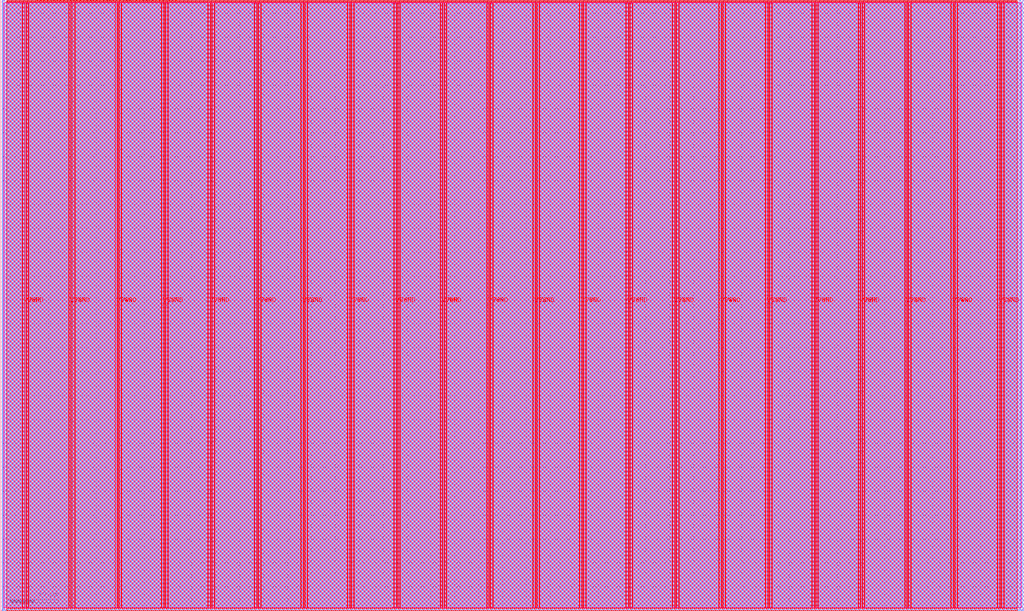
<source format=lef>
VERSION 5.7 ;
  NOWIREEXTENSIONATPIN ON ;
  DIVIDERCHAR "/" ;
  BUSBITCHARS "[]" ;
MACRO tt_um_rejunity_lgn_mnist
  CLASS BLOCK ;
  FOREIGN tt_um_rejunity_lgn_mnist ;
  ORIGIN 0.000 0.000 ;
  SIZE 856.520 BY 511.360 ;
  PIN VGND
    DIRECTION INOUT ;
    USE GROUND ;
    PORT
      LAYER met4 ;
        RECT 21.580 2.480 23.180 508.880 ;
    END
    PORT
      LAYER met4 ;
        RECT 60.450 2.480 62.050 508.880 ;
    END
    PORT
      LAYER met4 ;
        RECT 99.320 2.480 100.920 508.880 ;
    END
    PORT
      LAYER met4 ;
        RECT 138.190 2.480 139.790 508.880 ;
    END
    PORT
      LAYER met4 ;
        RECT 177.060 2.480 178.660 508.880 ;
    END
    PORT
      LAYER met4 ;
        RECT 215.930 2.480 217.530 508.880 ;
    END
    PORT
      LAYER met4 ;
        RECT 254.800 2.480 256.400 508.880 ;
    END
    PORT
      LAYER met4 ;
        RECT 293.670 2.480 295.270 508.880 ;
    END
    PORT
      LAYER met4 ;
        RECT 332.540 2.480 334.140 508.880 ;
    END
    PORT
      LAYER met4 ;
        RECT 371.410 2.480 373.010 508.880 ;
    END
    PORT
      LAYER met4 ;
        RECT 410.280 2.480 411.880 508.880 ;
    END
    PORT
      LAYER met4 ;
        RECT 449.150 2.480 450.750 508.880 ;
    END
    PORT
      LAYER met4 ;
        RECT 488.020 2.480 489.620 508.880 ;
    END
    PORT
      LAYER met4 ;
        RECT 526.890 2.480 528.490 508.880 ;
    END
    PORT
      LAYER met4 ;
        RECT 565.760 2.480 567.360 508.880 ;
    END
    PORT
      LAYER met4 ;
        RECT 604.630 2.480 606.230 508.880 ;
    END
    PORT
      LAYER met4 ;
        RECT 643.500 2.480 645.100 508.880 ;
    END
    PORT
      LAYER met4 ;
        RECT 682.370 2.480 683.970 508.880 ;
    END
    PORT
      LAYER met4 ;
        RECT 721.240 2.480 722.840 508.880 ;
    END
    PORT
      LAYER met4 ;
        RECT 760.110 2.480 761.710 508.880 ;
    END
    PORT
      LAYER met4 ;
        RECT 798.980 2.480 800.580 508.880 ;
    END
    PORT
      LAYER met4 ;
        RECT 837.850 2.480 839.450 508.880 ;
    END
  END VGND
  PIN VPWR
    DIRECTION INOUT ;
    USE POWER ;
    PORT
      LAYER met4 ;
        RECT 18.280 2.480 19.880 508.880 ;
    END
    PORT
      LAYER met4 ;
        RECT 57.150 2.480 58.750 508.880 ;
    END
    PORT
      LAYER met4 ;
        RECT 96.020 2.480 97.620 508.880 ;
    END
    PORT
      LAYER met4 ;
        RECT 134.890 2.480 136.490 508.880 ;
    END
    PORT
      LAYER met4 ;
        RECT 173.760 2.480 175.360 508.880 ;
    END
    PORT
      LAYER met4 ;
        RECT 212.630 2.480 214.230 508.880 ;
    END
    PORT
      LAYER met4 ;
        RECT 251.500 2.480 253.100 508.880 ;
    END
    PORT
      LAYER met4 ;
        RECT 290.370 2.480 291.970 508.880 ;
    END
    PORT
      LAYER met4 ;
        RECT 329.240 2.480 330.840 508.880 ;
    END
    PORT
      LAYER met4 ;
        RECT 368.110 2.480 369.710 508.880 ;
    END
    PORT
      LAYER met4 ;
        RECT 406.980 2.480 408.580 508.880 ;
    END
    PORT
      LAYER met4 ;
        RECT 445.850 2.480 447.450 508.880 ;
    END
    PORT
      LAYER met4 ;
        RECT 484.720 2.480 486.320 508.880 ;
    END
    PORT
      LAYER met4 ;
        RECT 523.590 2.480 525.190 508.880 ;
    END
    PORT
      LAYER met4 ;
        RECT 562.460 2.480 564.060 508.880 ;
    END
    PORT
      LAYER met4 ;
        RECT 601.330 2.480 602.930 508.880 ;
    END
    PORT
      LAYER met4 ;
        RECT 640.200 2.480 641.800 508.880 ;
    END
    PORT
      LAYER met4 ;
        RECT 679.070 2.480 680.670 508.880 ;
    END
    PORT
      LAYER met4 ;
        RECT 717.940 2.480 719.540 508.880 ;
    END
    PORT
      LAYER met4 ;
        RECT 756.810 2.480 758.410 508.880 ;
    END
    PORT
      LAYER met4 ;
        RECT 795.680 2.480 797.280 508.880 ;
    END
    PORT
      LAYER met4 ;
        RECT 834.550 2.480 836.150 508.880 ;
    END
  END VPWR
  PIN clk
    DIRECTION INPUT ;
    USE SIGNAL ;
    ANTENNAGATEAREA 0.852000 ;
    PORT
      LAYER met4 ;
        RECT 143.830 510.360 144.130 511.360 ;
    END
  END clk
  PIN ena
    DIRECTION INPUT ;
    USE SIGNAL ;
    PORT
      LAYER met4 ;
        RECT 146.590 510.360 146.890 511.360 ;
    END
  END ena
  PIN rst_n
    DIRECTION INPUT ;
    USE SIGNAL ;
    PORT
      LAYER met4 ;
        RECT 141.070 510.360 141.370 511.360 ;
    END
  END rst_n
  PIN ui_in[0]
    DIRECTION INPUT ;
    USE SIGNAL ;
    ANTENNAGATEAREA 0.196500 ;
    PORT
      LAYER met4 ;
        RECT 138.310 510.360 138.610 511.360 ;
    END
  END ui_in[0]
  PIN ui_in[1]
    DIRECTION INPUT ;
    USE SIGNAL ;
    ANTENNAGATEAREA 0.196500 ;
    PORT
      LAYER met4 ;
        RECT 135.550 510.360 135.850 511.360 ;
    END
  END ui_in[1]
  PIN ui_in[2]
    DIRECTION INPUT ;
    USE SIGNAL ;
    ANTENNAGATEAREA 0.196500 ;
    PORT
      LAYER met4 ;
        RECT 132.790 510.360 133.090 511.360 ;
    END
  END ui_in[2]
  PIN ui_in[3]
    DIRECTION INPUT ;
    USE SIGNAL ;
    ANTENNAGATEAREA 0.196500 ;
    PORT
      LAYER met4 ;
        RECT 130.030 510.360 130.330 511.360 ;
    END
  END ui_in[3]
  PIN ui_in[4]
    DIRECTION INPUT ;
    USE SIGNAL ;
    ANTENNAGATEAREA 0.196500 ;
    PORT
      LAYER met4 ;
        RECT 127.270 510.360 127.570 511.360 ;
    END
  END ui_in[4]
  PIN ui_in[5]
    DIRECTION INPUT ;
    USE SIGNAL ;
    ANTENNAGATEAREA 0.196500 ;
    PORT
      LAYER met4 ;
        RECT 124.510 510.360 124.810 511.360 ;
    END
  END ui_in[5]
  PIN ui_in[6]
    DIRECTION INPUT ;
    USE SIGNAL ;
    ANTENNAGATEAREA 0.196500 ;
    PORT
      LAYER met4 ;
        RECT 121.750 510.360 122.050 511.360 ;
    END
  END ui_in[6]
  PIN ui_in[7]
    DIRECTION INPUT ;
    USE SIGNAL ;
    ANTENNAGATEAREA 0.196500 ;
    PORT
      LAYER met4 ;
        RECT 118.990 510.360 119.290 511.360 ;
    END
  END ui_in[7]
  PIN uio_in[0]
    DIRECTION INPUT ;
    USE SIGNAL ;
    PORT
      LAYER met4 ;
        RECT 116.230 510.360 116.530 511.360 ;
    END
  END uio_in[0]
  PIN uio_in[1]
    DIRECTION INPUT ;
    USE SIGNAL ;
    PORT
      LAYER met4 ;
        RECT 113.470 510.360 113.770 511.360 ;
    END
  END uio_in[1]
  PIN uio_in[2]
    DIRECTION INPUT ;
    USE SIGNAL ;
    PORT
      LAYER met4 ;
        RECT 110.710 510.360 111.010 511.360 ;
    END
  END uio_in[2]
  PIN uio_in[3]
    DIRECTION INPUT ;
    USE SIGNAL ;
    PORT
      LAYER met4 ;
        RECT 107.950 510.360 108.250 511.360 ;
    END
  END uio_in[3]
  PIN uio_in[4]
    DIRECTION INPUT ;
    USE SIGNAL ;
    PORT
      LAYER met4 ;
        RECT 105.190 510.360 105.490 511.360 ;
    END
  END uio_in[4]
  PIN uio_in[5]
    DIRECTION INPUT ;
    USE SIGNAL ;
    PORT
      LAYER met4 ;
        RECT 102.430 510.360 102.730 511.360 ;
    END
  END uio_in[5]
  PIN uio_in[6]
    DIRECTION INPUT ;
    USE SIGNAL ;
    PORT
      LAYER met4 ;
        RECT 99.670 510.360 99.970 511.360 ;
    END
  END uio_in[6]
  PIN uio_in[7]
    DIRECTION INPUT ;
    USE SIGNAL ;
    ANTENNAGATEAREA 0.196500 ;
    PORT
      LAYER met4 ;
        RECT 96.910 510.360 97.210 511.360 ;
    END
  END uio_in[7]
  PIN uio_oe[0]
    DIRECTION OUTPUT ;
    USE SIGNAL ;
    PORT
      LAYER met4 ;
        RECT 49.990 510.360 50.290 511.360 ;
    END
  END uio_oe[0]
  PIN uio_oe[1]
    DIRECTION OUTPUT ;
    USE SIGNAL ;
    PORT
      LAYER met4 ;
        RECT 47.230 510.360 47.530 511.360 ;
    END
  END uio_oe[1]
  PIN uio_oe[2]
    DIRECTION OUTPUT ;
    USE SIGNAL ;
    PORT
      LAYER met4 ;
        RECT 44.470 510.360 44.770 511.360 ;
    END
  END uio_oe[2]
  PIN uio_oe[3]
    DIRECTION OUTPUT ;
    USE SIGNAL ;
    PORT
      LAYER met4 ;
        RECT 41.710 510.360 42.010 511.360 ;
    END
  END uio_oe[3]
  PIN uio_oe[4]
    DIRECTION OUTPUT ;
    USE SIGNAL ;
    PORT
      LAYER met4 ;
        RECT 38.950 510.360 39.250 511.360 ;
    END
  END uio_oe[4]
  PIN uio_oe[5]
    DIRECTION OUTPUT ;
    USE SIGNAL ;
    PORT
      LAYER met4 ;
        RECT 36.190 510.360 36.490 511.360 ;
    END
  END uio_oe[5]
  PIN uio_oe[6]
    DIRECTION OUTPUT ;
    USE SIGNAL ;
    PORT
      LAYER met4 ;
        RECT 33.430 510.360 33.730 511.360 ;
    END
  END uio_oe[6]
  PIN uio_oe[7]
    DIRECTION OUTPUT ;
    USE SIGNAL ;
    PORT
      LAYER met4 ;
        RECT 30.670 510.360 30.970 511.360 ;
    END
  END uio_oe[7]
  PIN uio_out[0]
    DIRECTION OUTPUT ;
    USE SIGNAL ;
    ANTENNADIFFAREA 2.001000 ;
    PORT
      LAYER met4 ;
        RECT 72.070 510.360 72.370 511.360 ;
    END
  END uio_out[0]
  PIN uio_out[1]
    DIRECTION OUTPUT ;
    USE SIGNAL ;
    ANTENNADIFFAREA 1.971000 ;
    PORT
      LAYER met4 ;
        RECT 69.310 510.360 69.610 511.360 ;
    END
  END uio_out[1]
  PIN uio_out[2]
    DIRECTION OUTPUT ;
    USE SIGNAL ;
    ANTENNADIFFAREA 0.891000 ;
    PORT
      LAYER met4 ;
        RECT 66.550 510.360 66.850 511.360 ;
    END
  END uio_out[2]
  PIN uio_out[3]
    DIRECTION OUTPUT ;
    USE SIGNAL ;
    ANTENNADIFFAREA 1.971000 ;
    PORT
      LAYER met4 ;
        RECT 63.790 510.360 64.090 511.360 ;
    END
  END uio_out[3]
  PIN uio_out[4]
    DIRECTION OUTPUT ;
    USE SIGNAL ;
    ANTENNADIFFAREA 1.971000 ;
    PORT
      LAYER met4 ;
        RECT 61.030 510.360 61.330 511.360 ;
    END
  END uio_out[4]
  PIN uio_out[5]
    DIRECTION OUTPUT ;
    USE SIGNAL ;
    ANTENNADIFFAREA 1.971000 ;
    PORT
      LAYER met4 ;
        RECT 58.270 510.360 58.570 511.360 ;
    END
  END uio_out[5]
  PIN uio_out[6]
    DIRECTION OUTPUT ;
    USE SIGNAL ;
    ANTENNADIFFAREA 1.484000 ;
    PORT
      LAYER met4 ;
        RECT 55.510 510.360 55.810 511.360 ;
    END
  END uio_out[6]
  PIN uio_out[7]
    DIRECTION OUTPUT ;
    USE SIGNAL ;
    PORT
      LAYER met4 ;
        RECT 52.750 510.360 53.050 511.360 ;
    END
  END uio_out[7]
  PIN uo_out[0]
    DIRECTION OUTPUT ;
    USE SIGNAL ;
    ANTENNADIFFAREA 0.462000 ;
    PORT
      LAYER met4 ;
        RECT 94.150 510.360 94.450 511.360 ;
    END
  END uo_out[0]
  PIN uo_out[1]
    DIRECTION OUTPUT ;
    USE SIGNAL ;
    ANTENNADIFFAREA 1.431000 ;
    PORT
      LAYER met4 ;
        RECT 91.390 510.360 91.690 511.360 ;
    END
  END uo_out[1]
  PIN uo_out[2]
    DIRECTION OUTPUT ;
    USE SIGNAL ;
    ANTENNADIFFAREA 0.891000 ;
    PORT
      LAYER met4 ;
        RECT 88.630 510.360 88.930 511.360 ;
    END
  END uo_out[2]
  PIN uo_out[3]
    DIRECTION OUTPUT ;
    USE SIGNAL ;
    ANTENNADIFFAREA 0.462000 ;
    PORT
      LAYER met4 ;
        RECT 85.870 510.360 86.170 511.360 ;
    END
  END uo_out[3]
  PIN uo_out[4]
    DIRECTION OUTPUT ;
    USE SIGNAL ;
    ANTENNADIFFAREA 1.288000 ;
    PORT
      LAYER met4 ;
        RECT 83.110 510.360 83.410 511.360 ;
    END
  END uo_out[4]
  PIN uo_out[5]
    DIRECTION OUTPUT ;
    USE SIGNAL ;
    ANTENNADIFFAREA 0.462000 ;
    PORT
      LAYER met4 ;
        RECT 80.350 510.360 80.650 511.360 ;
    END
  END uo_out[5]
  PIN uo_out[6]
    DIRECTION OUTPUT ;
    USE SIGNAL ;
    ANTENNADIFFAREA 1.431000 ;
    PORT
      LAYER met4 ;
        RECT 77.590 510.360 77.890 511.360 ;
    END
  END uo_out[6]
  PIN uo_out[7]
    DIRECTION OUTPUT ;
    USE SIGNAL ;
    ANTENNADIFFAREA 0.445500 ;
    PORT
      LAYER met4 ;
        RECT 74.830 510.360 75.130 511.360 ;
    END
  END uo_out[7]
  OBS
      LAYER nwell ;
        RECT 2.570 2.635 853.950 508.725 ;
      LAYER li1 ;
        RECT 2.760 2.635 853.760 508.725 ;
      LAYER met1 ;
        RECT 1.450 0.720 856.450 511.320 ;
      LAYER met2 ;
        RECT 1.470 0.155 856.420 511.350 ;
      LAYER met3 ;
        RECT 1.445 0.175 855.535 511.185 ;
      LAYER met4 ;
        RECT 4.895 509.960 30.270 510.505 ;
        RECT 31.370 509.960 33.030 510.505 ;
        RECT 34.130 509.960 35.790 510.505 ;
        RECT 36.890 509.960 38.550 510.505 ;
        RECT 39.650 509.960 41.310 510.505 ;
        RECT 42.410 509.960 44.070 510.505 ;
        RECT 45.170 509.960 46.830 510.505 ;
        RECT 47.930 509.960 49.590 510.505 ;
        RECT 50.690 509.960 52.350 510.505 ;
        RECT 53.450 509.960 55.110 510.505 ;
        RECT 56.210 509.960 57.870 510.505 ;
        RECT 58.970 509.960 60.630 510.505 ;
        RECT 61.730 509.960 63.390 510.505 ;
        RECT 64.490 509.960 66.150 510.505 ;
        RECT 67.250 509.960 68.910 510.505 ;
        RECT 70.010 509.960 71.670 510.505 ;
        RECT 72.770 509.960 74.430 510.505 ;
        RECT 75.530 509.960 77.190 510.505 ;
        RECT 78.290 509.960 79.950 510.505 ;
        RECT 81.050 509.960 82.710 510.505 ;
        RECT 83.810 509.960 85.470 510.505 ;
        RECT 86.570 509.960 88.230 510.505 ;
        RECT 89.330 509.960 90.990 510.505 ;
        RECT 92.090 509.960 93.750 510.505 ;
        RECT 94.850 509.960 96.510 510.505 ;
        RECT 97.610 509.960 99.270 510.505 ;
        RECT 100.370 509.960 102.030 510.505 ;
        RECT 103.130 509.960 104.790 510.505 ;
        RECT 105.890 509.960 107.550 510.505 ;
        RECT 108.650 509.960 110.310 510.505 ;
        RECT 111.410 509.960 113.070 510.505 ;
        RECT 114.170 509.960 115.830 510.505 ;
        RECT 116.930 509.960 118.590 510.505 ;
        RECT 119.690 509.960 121.350 510.505 ;
        RECT 122.450 509.960 124.110 510.505 ;
        RECT 125.210 509.960 126.870 510.505 ;
        RECT 127.970 509.960 129.630 510.505 ;
        RECT 130.730 509.960 132.390 510.505 ;
        RECT 133.490 509.960 135.150 510.505 ;
        RECT 136.250 509.960 137.910 510.505 ;
        RECT 139.010 509.960 140.670 510.505 ;
        RECT 141.770 509.960 143.430 510.505 ;
        RECT 144.530 509.960 146.190 510.505 ;
        RECT 147.290 509.960 850.705 510.505 ;
        RECT 4.895 509.280 850.705 509.960 ;
        RECT 4.895 2.080 17.880 509.280 ;
        RECT 20.280 2.080 21.180 509.280 ;
        RECT 23.580 2.080 56.750 509.280 ;
        RECT 59.150 2.080 60.050 509.280 ;
        RECT 62.450 2.080 95.620 509.280 ;
        RECT 98.020 2.080 98.920 509.280 ;
        RECT 101.320 2.080 134.490 509.280 ;
        RECT 136.890 2.080 137.790 509.280 ;
        RECT 140.190 2.080 173.360 509.280 ;
        RECT 175.760 2.080 176.660 509.280 ;
        RECT 179.060 2.080 212.230 509.280 ;
        RECT 214.630 2.080 215.530 509.280 ;
        RECT 217.930 2.080 251.100 509.280 ;
        RECT 253.500 2.080 254.400 509.280 ;
        RECT 256.800 2.080 289.970 509.280 ;
        RECT 292.370 2.080 293.270 509.280 ;
        RECT 295.670 2.080 328.840 509.280 ;
        RECT 331.240 2.080 332.140 509.280 ;
        RECT 334.540 2.080 367.710 509.280 ;
        RECT 370.110 2.080 371.010 509.280 ;
        RECT 373.410 2.080 406.580 509.280 ;
        RECT 408.980 2.080 409.880 509.280 ;
        RECT 412.280 2.080 445.450 509.280 ;
        RECT 447.850 2.080 448.750 509.280 ;
        RECT 451.150 2.080 484.320 509.280 ;
        RECT 486.720 2.080 487.620 509.280 ;
        RECT 490.020 2.080 523.190 509.280 ;
        RECT 525.590 2.080 526.490 509.280 ;
        RECT 528.890 2.080 562.060 509.280 ;
        RECT 564.460 2.080 565.360 509.280 ;
        RECT 567.760 2.080 600.930 509.280 ;
        RECT 603.330 2.080 604.230 509.280 ;
        RECT 606.630 2.080 639.800 509.280 ;
        RECT 642.200 2.080 643.100 509.280 ;
        RECT 645.500 2.080 678.670 509.280 ;
        RECT 681.070 2.080 681.970 509.280 ;
        RECT 684.370 2.080 717.540 509.280 ;
        RECT 719.940 2.080 720.840 509.280 ;
        RECT 723.240 2.080 756.410 509.280 ;
        RECT 758.810 2.080 759.710 509.280 ;
        RECT 762.110 2.080 795.280 509.280 ;
        RECT 797.680 2.080 798.580 509.280 ;
        RECT 800.980 2.080 834.150 509.280 ;
        RECT 836.550 2.080 837.450 509.280 ;
        RECT 839.850 2.080 850.705 509.280 ;
        RECT 4.895 0.175 850.705 2.080 ;
  END
END tt_um_rejunity_lgn_mnist
END LIBRARY


</source>
